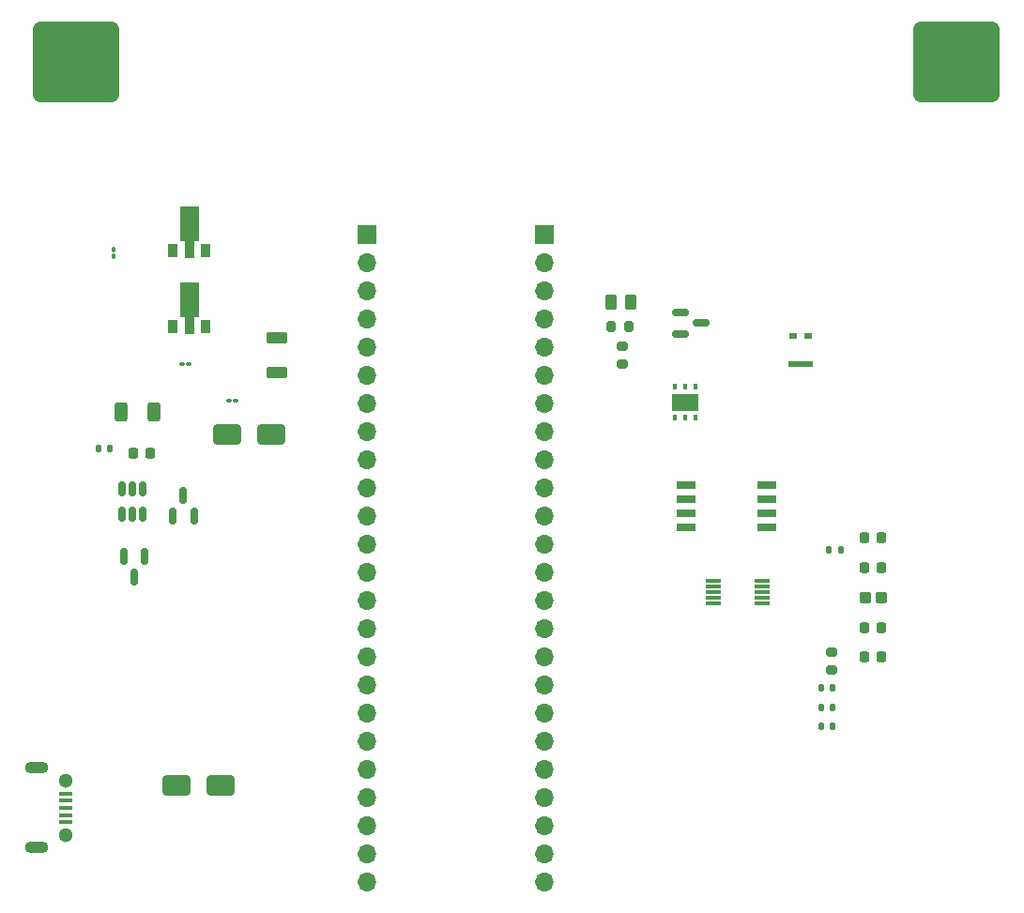
<source format=gbr>
%TF.GenerationSoftware,KiCad,Pcbnew,(7.0.0)*%
%TF.CreationDate,2023-04-14T19:10:38+02:00*%
%TF.ProjectId,Project.kicad_sch,50726f6a-6563-4742-9e6b-696361645f73,rev?*%
%TF.SameCoordinates,Original*%
%TF.FileFunction,Soldermask,Top*%
%TF.FilePolarity,Negative*%
%FSLAX46Y46*%
G04 Gerber Fmt 4.6, Leading zero omitted, Abs format (unit mm)*
G04 Created by KiCad (PCBNEW (7.0.0)) date 2023-04-14 19:10:38*
%MOMM*%
%LPD*%
G01*
G04 APERTURE LIST*
G04 Aperture macros list*
%AMRoundRect*
0 Rectangle with rounded corners*
0 $1 Rounding radius*
0 $2 $3 $4 $5 $6 $7 $8 $9 X,Y pos of 4 corners*
0 Add a 4 corners polygon primitive as box body*
4,1,4,$2,$3,$4,$5,$6,$7,$8,$9,$2,$3,0*
0 Add four circle primitives for the rounded corners*
1,1,$1+$1,$2,$3*
1,1,$1+$1,$4,$5*
1,1,$1+$1,$6,$7*
1,1,$1+$1,$8,$9*
0 Add four rect primitives between the rounded corners*
20,1,$1+$1,$2,$3,$4,$5,0*
20,1,$1+$1,$4,$5,$6,$7,0*
20,1,$1+$1,$6,$7,$8,$9,0*
20,1,$1+$1,$8,$9,$2,$3,0*%
%AMFreePoly0*
4,1,9,3.862500,-0.866500,0.737500,-0.866500,0.737500,-0.450000,-0.737500,-0.450000,-0.737500,0.450000,0.737500,0.450000,0.737500,0.866500,3.862500,0.866500,3.862500,-0.866500,3.862500,-0.866500,$1*%
G04 Aperture macros list end*
%ADD10RoundRect,0.100000X0.130000X0.100000X-0.130000X0.100000X-0.130000X-0.100000X0.130000X-0.100000X0*%
%ADD11RoundRect,0.150000X-0.587500X-0.150000X0.587500X-0.150000X0.587500X0.150000X-0.587500X0.150000X0*%
%ADD12RoundRect,0.150000X0.150000X-0.512500X0.150000X0.512500X-0.150000X0.512500X-0.150000X-0.512500X0*%
%ADD13RoundRect,0.100000X-0.100000X0.130000X-0.100000X-0.130000X0.100000X-0.130000X0.100000X0.130000X0*%
%ADD14RoundRect,0.135000X0.135000X0.185000X-0.135000X0.185000X-0.135000X-0.185000X0.135000X-0.185000X0*%
%ADD15RoundRect,0.225000X-0.225000X-0.250000X0.225000X-0.250000X0.225000X0.250000X-0.225000X0.250000X0*%
%ADD16RoundRect,0.250000X0.312500X0.625000X-0.312500X0.625000X-0.312500X-0.625000X0.312500X-0.625000X0*%
%ADD17RoundRect,0.200000X-0.200000X-0.275000X0.200000X-0.275000X0.200000X0.275000X-0.200000X0.275000X0*%
%ADD18R,1.700000X1.700000*%
%ADD19O,1.700000X1.700000*%
%ADD20R,1.250000X0.400000*%
%ADD21C,1.300000*%
%ADD22O,2.140000X1.070000*%
%ADD23RoundRect,0.135000X-0.135000X-0.185000X0.135000X-0.185000X0.135000X0.185000X-0.135000X0.185000X0*%
%ADD24RoundRect,0.250000X1.000000X0.650000X-1.000000X0.650000X-1.000000X-0.650000X1.000000X-0.650000X0*%
%ADD25RoundRect,0.735000X-3.150000X-2.940000X3.150000X-2.940000X3.150000X2.940000X-3.150000X2.940000X0*%
%ADD26R,0.900000X1.300000*%
%ADD27FreePoly0,90.000000*%
%ADD28RoundRect,0.150000X-0.150000X0.587500X-0.150000X-0.587500X0.150000X-0.587500X0.150000X0.587500X0*%
%ADD29RoundRect,0.150000X0.150000X-0.587500X0.150000X0.587500X-0.150000X0.587500X-0.150000X-0.587500X0*%
%ADD30R,1.700000X0.650000*%
%ADD31RoundRect,0.200000X0.275000X-0.200000X0.275000X0.200000X-0.275000X0.200000X-0.275000X-0.200000X0*%
%ADD32RoundRect,0.250000X-0.287500X-0.275000X0.287500X-0.275000X0.287500X0.275000X-0.287500X0.275000X0*%
%ADD33R,0.675000X0.575000*%
%ADD34R,0.710000X0.575000*%
%ADD35R,2.225000X0.550000*%
%ADD36R,0.400000X0.600000*%
%ADD37R,2.400000X1.500000*%
%ADD38RoundRect,0.250000X-0.700000X0.275000X-0.700000X-0.275000X0.700000X-0.275000X0.700000X0.275000X0*%
%ADD39RoundRect,0.250000X-0.262500X-0.450000X0.262500X-0.450000X0.262500X0.450000X-0.262500X0.450000X0*%
%ADD40R,1.400000X0.300000*%
G04 APERTURE END LIST*
D10*
%TO.C,C3*%
X115520000Y-90200000D03*
X114880000Y-90200000D03*
%TD*%
D11*
%TO.C,Q2*%
X159875000Y-85550000D03*
X159875000Y-87450000D03*
X161750000Y-86500000D03*
%TD*%
D12*
%TO.C,U2*%
X109500000Y-103737500D03*
X110450000Y-103737500D03*
X111400000Y-103737500D03*
X111400000Y-101462500D03*
X110450000Y-101462500D03*
X109500000Y-101462500D03*
%TD*%
D13*
%TO.C,C4*%
X108712000Y-79825000D03*
X108712000Y-80465000D03*
%TD*%
D14*
%TO.C,R7*%
X173620000Y-122900000D03*
X172600000Y-122900000D03*
%TD*%
D15*
%TO.C,C5*%
X176467500Y-105872000D03*
X178017500Y-105872000D03*
%TD*%
D16*
%TO.C,R1*%
X112345500Y-94500000D03*
X109420500Y-94500000D03*
%TD*%
D17*
%TO.C,R4*%
X153575000Y-86800000D03*
X155225000Y-86800000D03*
%TD*%
D18*
%TO.C,J2*%
X131571999Y-78485999D03*
D19*
X131571999Y-81025999D03*
X131571999Y-83565999D03*
X131571999Y-86105999D03*
X131571999Y-88645999D03*
X131571999Y-91185999D03*
X131571999Y-93725999D03*
X131571999Y-96265999D03*
X131571999Y-98805999D03*
X131571999Y-101345999D03*
X131571999Y-103885999D03*
X131571999Y-106425999D03*
X131571999Y-108965999D03*
X131571999Y-111505999D03*
X131571999Y-114045999D03*
X131571999Y-116585999D03*
X131571999Y-119125999D03*
X131571999Y-121665999D03*
X131571999Y-124205999D03*
X131571999Y-126745999D03*
X131571999Y-129285999D03*
X131571999Y-131825999D03*
X131571999Y-134365999D03*
X131571999Y-136905999D03*
%TD*%
D20*
%TO.C,J1*%
X104384999Y-128924999D03*
X104384999Y-129574999D03*
X104384999Y-130224999D03*
X104384999Y-130874999D03*
X104384999Y-131524999D03*
D21*
X104410000Y-132650000D03*
D22*
X101759999Y-133824999D03*
D21*
X104410000Y-127800000D03*
D22*
X101759999Y-126624999D03*
%TD*%
D15*
%TO.C,C9*%
X176467500Y-116632000D03*
X178017500Y-116632000D03*
%TD*%
%TO.C,C6*%
X176467500Y-108562000D03*
X178017500Y-108562000D03*
%TD*%
D14*
%TO.C,R9*%
X173620000Y-119400000D03*
X172600000Y-119400000D03*
%TD*%
D23*
%TO.C,R2*%
X107400000Y-97800000D03*
X108420000Y-97800000D03*
%TD*%
D15*
%TO.C,C1*%
X110502500Y-98216000D03*
X112052500Y-98216000D03*
%TD*%
D24*
%TO.C,D2*%
X123000000Y-96500000D03*
X119000000Y-96500000D03*
%TD*%
D18*
%TO.C,J3*%
X147573999Y-78485999D03*
D19*
X147573999Y-81025999D03*
X147573999Y-83565999D03*
X147573999Y-86105999D03*
X147573999Y-88645999D03*
X147573999Y-91185999D03*
X147573999Y-93725999D03*
X147573999Y-96265999D03*
X147573999Y-98805999D03*
X147573999Y-101345999D03*
X147573999Y-103885999D03*
X147573999Y-106425999D03*
X147573999Y-108965999D03*
X147573999Y-111505999D03*
X147573999Y-114045999D03*
X147573999Y-116585999D03*
X147573999Y-119125999D03*
X147573999Y-121665999D03*
X147573999Y-124205999D03*
X147573999Y-126745999D03*
X147573999Y-129285999D03*
X147573999Y-131825999D03*
X147573999Y-134365999D03*
X147573999Y-136905999D03*
%TD*%
D25*
%TO.C,BT1*%
X184759000Y-62934000D03*
X105309000Y-62934000D03*
%TD*%
D26*
%TO.C,U3*%
X114069999Y-86785999D03*
D27*
X115570000Y-86698500D03*
D26*
X117069999Y-86785999D03*
%TD*%
D24*
%TO.C,D1*%
X118400000Y-128200000D03*
X114400000Y-128200000D03*
%TD*%
D28*
%TO.C,Q3*%
X111556000Y-107548000D03*
X109656000Y-107548000D03*
X110606000Y-109423000D03*
%TD*%
D29*
%TO.C,Q1*%
X114088000Y-103901000D03*
X115988000Y-103901000D03*
X115038000Y-102026000D03*
%TD*%
D30*
%TO.C,U6*%
X160349999Y-101094999D03*
X160349999Y-102364999D03*
X160349999Y-103634999D03*
X160349999Y-104904999D03*
X167649999Y-104904999D03*
X167649999Y-103634999D03*
X167649999Y-102364999D03*
X167649999Y-101094999D03*
%TD*%
D26*
%TO.C,U4*%
X114069999Y-79949999D03*
D27*
X115570000Y-79862500D03*
D26*
X117069999Y-79949999D03*
%TD*%
D31*
%TO.C,RL1*%
X154600000Y-90225000D03*
X154600000Y-88575000D03*
%TD*%
D32*
%TO.C,C7*%
X176530000Y-111252000D03*
X177955000Y-111252000D03*
%TD*%
D33*
%TO.C,Y1*%
X170062499Y-87687499D03*
D34*
X171369999Y-87687499D03*
D35*
X170724999Y-90149999D03*
%TD*%
D14*
%TO.C,R6*%
X174312000Y-106934000D03*
X173292000Y-106934000D03*
%TD*%
%TO.C,R8*%
X173620000Y-121150000D03*
X172600000Y-121150000D03*
%TD*%
D36*
%TO.C,U1*%
X161249999Y-92249999D03*
X160299999Y-92249999D03*
X159349999Y-92249999D03*
X159349999Y-95049999D03*
X160299999Y-95049999D03*
X161249999Y-95049999D03*
D37*
X160299999Y-93649999D03*
%TD*%
D38*
%TO.C,L1*%
X123444000Y-87833000D03*
X123444000Y-90983000D03*
%TD*%
D15*
%TO.C,C8*%
X176467500Y-113942000D03*
X178017500Y-113942000D03*
%TD*%
D39*
%TO.C,R3*%
X153575000Y-84600000D03*
X155400000Y-84600000D03*
%TD*%
D10*
%TO.C,C2*%
X119775000Y-93500000D03*
X119135000Y-93500000D03*
%TD*%
D40*
%TO.C,U5*%
X162799999Y-109749999D03*
X162799999Y-110249999D03*
X162799999Y-110749999D03*
X162799999Y-111249999D03*
X162799999Y-111749999D03*
X167199999Y-111749999D03*
X167199999Y-111249999D03*
X167199999Y-110749999D03*
X167199999Y-110249999D03*
X167199999Y-109749999D03*
%TD*%
D31*
%TO.C,R5*%
X173482000Y-117825000D03*
X173482000Y-116175000D03*
%TD*%
M02*

</source>
